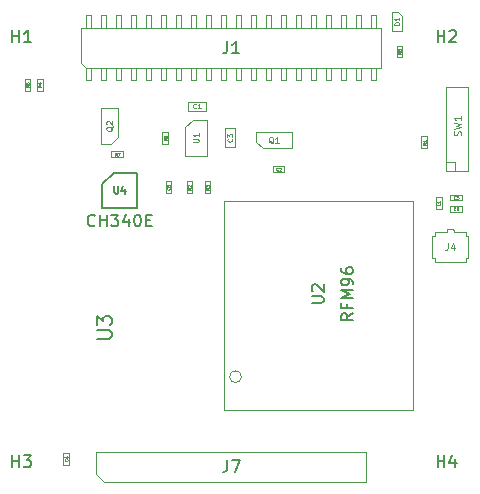
<source format=gbr>
G04 #@! TF.GenerationSoftware,KiCad,Pcbnew,(5.1.6)-1*
G04 #@! TF.CreationDate,2020-11-06T20:35:06+01:00*
G04 #@! TF.ProjectId,DynOSSAT-EDU-Comms,44796e4f-5353-4415-942d-4544552d436f,rev?*
G04 #@! TF.SameCoordinates,Original*
G04 #@! TF.FileFunction,Other,Fab,Top*
%FSLAX46Y46*%
G04 Gerber Fmt 4.6, Leading zero omitted, Abs format (unit mm)*
G04 Created by KiCad (PCBNEW (5.1.6)-1) date 2020-11-06 20:35:06*
%MOMM*%
%LPD*%
G01*
G04 APERTURE LIST*
%ADD10C,0.150000*%
%ADD11C,0.120000*%
%ADD12C,0.100000*%
%ADD13C,0.060000*%
%ADD14C,0.040000*%
%ADD15C,0.090000*%
%ADD16C,0.075000*%
G04 APERTURE END LIST*
D10*
X137645857Y-117068485D02*
X138617285Y-117068485D01*
X138731571Y-117011342D01*
X138788714Y-116954200D01*
X138845857Y-116839914D01*
X138845857Y-116611342D01*
X138788714Y-116497057D01*
X138731571Y-116439914D01*
X138617285Y-116382771D01*
X137645857Y-116382771D01*
X137645857Y-115925628D02*
X137645857Y-115182771D01*
X138103000Y-115582771D01*
X138103000Y-115411342D01*
X138160142Y-115297057D01*
X138217285Y-115239914D01*
X138331571Y-115182771D01*
X138617285Y-115182771D01*
X138731571Y-115239914D01*
X138788714Y-115297057D01*
X138845857Y-115411342D01*
X138845857Y-115754200D01*
X138788714Y-115868485D01*
X138731571Y-115925628D01*
D11*
X167894000Y-102108000D02*
X167132000Y-102108000D01*
X167894000Y-102870000D02*
X167894000Y-102108000D01*
X167132000Y-95758000D02*
X167132000Y-102870000D01*
X169037000Y-95758000D02*
X167132000Y-95758000D01*
X169037000Y-95885000D02*
X169037000Y-95758000D01*
X169037000Y-102870000D02*
X169037000Y-95885000D01*
X167132000Y-102870000D02*
X169037000Y-102870000D01*
D12*
X161671000Y-90751000D02*
X161671000Y-94161000D01*
X136271000Y-93726000D02*
X136271000Y-90751000D01*
X161671000Y-94161000D02*
X136706000Y-94161000D01*
X136706000Y-94161000D02*
X136271000Y-93726000D01*
X136271000Y-90751000D02*
X161671000Y-90751000D01*
X136706000Y-94161000D02*
X136706000Y-95206000D01*
X136706000Y-95206000D02*
X137106000Y-95206000D01*
X137106000Y-95206000D02*
X137106000Y-94161000D01*
X136706000Y-90751000D02*
X136706000Y-89706000D01*
X136706000Y-89706000D02*
X137106000Y-89706000D01*
X137106000Y-89706000D02*
X137106000Y-90751000D01*
X137976000Y-94161000D02*
X137976000Y-95206000D01*
X137976000Y-95206000D02*
X138376000Y-95206000D01*
X138376000Y-95206000D02*
X138376000Y-94161000D01*
X137976000Y-90751000D02*
X137976000Y-89706000D01*
X137976000Y-89706000D02*
X138376000Y-89706000D01*
X138376000Y-89706000D02*
X138376000Y-90751000D01*
X139246000Y-94161000D02*
X139246000Y-95206000D01*
X139246000Y-95206000D02*
X139646000Y-95206000D01*
X139646000Y-95206000D02*
X139646000Y-94161000D01*
X139246000Y-90751000D02*
X139246000Y-89706000D01*
X139246000Y-89706000D02*
X139646000Y-89706000D01*
X139646000Y-89706000D02*
X139646000Y-90751000D01*
X140516000Y-94161000D02*
X140516000Y-95206000D01*
X140516000Y-95206000D02*
X140916000Y-95206000D01*
X140916000Y-95206000D02*
X140916000Y-94161000D01*
X140516000Y-90751000D02*
X140516000Y-89706000D01*
X140516000Y-89706000D02*
X140916000Y-89706000D01*
X140916000Y-89706000D02*
X140916000Y-90751000D01*
X141786000Y-94161000D02*
X141786000Y-95206000D01*
X141786000Y-95206000D02*
X142186000Y-95206000D01*
X142186000Y-95206000D02*
X142186000Y-94161000D01*
X141786000Y-90751000D02*
X141786000Y-89706000D01*
X141786000Y-89706000D02*
X142186000Y-89706000D01*
X142186000Y-89706000D02*
X142186000Y-90751000D01*
X143056000Y-94161000D02*
X143056000Y-95206000D01*
X143056000Y-95206000D02*
X143456000Y-95206000D01*
X143456000Y-95206000D02*
X143456000Y-94161000D01*
X143056000Y-90751000D02*
X143056000Y-89706000D01*
X143056000Y-89706000D02*
X143456000Y-89706000D01*
X143456000Y-89706000D02*
X143456000Y-90751000D01*
X144326000Y-94161000D02*
X144326000Y-95206000D01*
X144326000Y-95206000D02*
X144726000Y-95206000D01*
X144726000Y-95206000D02*
X144726000Y-94161000D01*
X144326000Y-90751000D02*
X144326000Y-89706000D01*
X144326000Y-89706000D02*
X144726000Y-89706000D01*
X144726000Y-89706000D02*
X144726000Y-90751000D01*
X145596000Y-94161000D02*
X145596000Y-95206000D01*
X145596000Y-95206000D02*
X145996000Y-95206000D01*
X145996000Y-95206000D02*
X145996000Y-94161000D01*
X145596000Y-90751000D02*
X145596000Y-89706000D01*
X145596000Y-89706000D02*
X145996000Y-89706000D01*
X145996000Y-89706000D02*
X145996000Y-90751000D01*
X146866000Y-94161000D02*
X146866000Y-95206000D01*
X146866000Y-95206000D02*
X147266000Y-95206000D01*
X147266000Y-95206000D02*
X147266000Y-94161000D01*
X146866000Y-90751000D02*
X146866000Y-89706000D01*
X146866000Y-89706000D02*
X147266000Y-89706000D01*
X147266000Y-89706000D02*
X147266000Y-90751000D01*
X148136000Y-94161000D02*
X148136000Y-95206000D01*
X148136000Y-95206000D02*
X148536000Y-95206000D01*
X148536000Y-95206000D02*
X148536000Y-94161000D01*
X148136000Y-90751000D02*
X148136000Y-89706000D01*
X148136000Y-89706000D02*
X148536000Y-89706000D01*
X148536000Y-89706000D02*
X148536000Y-90751000D01*
X149406000Y-94161000D02*
X149406000Y-95206000D01*
X149406000Y-95206000D02*
X149806000Y-95206000D01*
X149806000Y-95206000D02*
X149806000Y-94161000D01*
X149406000Y-90751000D02*
X149406000Y-89706000D01*
X149406000Y-89706000D02*
X149806000Y-89706000D01*
X149806000Y-89706000D02*
X149806000Y-90751000D01*
X150676000Y-94161000D02*
X150676000Y-95206000D01*
X150676000Y-95206000D02*
X151076000Y-95206000D01*
X151076000Y-95206000D02*
X151076000Y-94161000D01*
X150676000Y-90751000D02*
X150676000Y-89706000D01*
X150676000Y-89706000D02*
X151076000Y-89706000D01*
X151076000Y-89706000D02*
X151076000Y-90751000D01*
X151946000Y-94161000D02*
X151946000Y-95206000D01*
X151946000Y-95206000D02*
X152346000Y-95206000D01*
X152346000Y-95206000D02*
X152346000Y-94161000D01*
X151946000Y-90751000D02*
X151946000Y-89706000D01*
X151946000Y-89706000D02*
X152346000Y-89706000D01*
X152346000Y-89706000D02*
X152346000Y-90751000D01*
X153216000Y-94161000D02*
X153216000Y-95206000D01*
X153216000Y-95206000D02*
X153616000Y-95206000D01*
X153616000Y-95206000D02*
X153616000Y-94161000D01*
X153216000Y-90751000D02*
X153216000Y-89706000D01*
X153216000Y-89706000D02*
X153616000Y-89706000D01*
X153616000Y-89706000D02*
X153616000Y-90751000D01*
X154486000Y-94161000D02*
X154486000Y-95206000D01*
X154486000Y-95206000D02*
X154886000Y-95206000D01*
X154886000Y-95206000D02*
X154886000Y-94161000D01*
X154486000Y-90751000D02*
X154486000Y-89706000D01*
X154486000Y-89706000D02*
X154886000Y-89706000D01*
X154886000Y-89706000D02*
X154886000Y-90751000D01*
X155756000Y-94161000D02*
X155756000Y-95206000D01*
X155756000Y-95206000D02*
X156156000Y-95206000D01*
X156156000Y-95206000D02*
X156156000Y-94161000D01*
X155756000Y-90751000D02*
X155756000Y-89706000D01*
X155756000Y-89706000D02*
X156156000Y-89706000D01*
X156156000Y-89706000D02*
X156156000Y-90751000D01*
X157026000Y-94161000D02*
X157026000Y-95206000D01*
X157026000Y-95206000D02*
X157426000Y-95206000D01*
X157426000Y-95206000D02*
X157426000Y-94161000D01*
X157026000Y-90751000D02*
X157026000Y-89706000D01*
X157026000Y-89706000D02*
X157426000Y-89706000D01*
X157426000Y-89706000D02*
X157426000Y-90751000D01*
X158296000Y-94161000D02*
X158296000Y-95206000D01*
X158296000Y-95206000D02*
X158696000Y-95206000D01*
X158696000Y-95206000D02*
X158696000Y-94161000D01*
X158296000Y-90751000D02*
X158296000Y-89706000D01*
X158296000Y-89706000D02*
X158696000Y-89706000D01*
X158696000Y-89706000D02*
X158696000Y-90751000D01*
X159566000Y-94161000D02*
X159566000Y-95206000D01*
X159566000Y-95206000D02*
X159966000Y-95206000D01*
X159966000Y-95206000D02*
X159966000Y-94161000D01*
X159566000Y-90751000D02*
X159566000Y-89706000D01*
X159566000Y-89706000D02*
X159966000Y-89706000D01*
X159966000Y-89706000D02*
X159966000Y-90751000D01*
X160836000Y-94161000D02*
X160836000Y-95206000D01*
X160836000Y-95206000D02*
X161236000Y-95206000D01*
X161236000Y-95206000D02*
X161236000Y-94161000D01*
X160836000Y-90751000D02*
X160836000Y-89706000D01*
X160836000Y-89706000D02*
X161236000Y-89706000D01*
X161236000Y-89706000D02*
X161236000Y-90751000D01*
X146875400Y-97809000D02*
X145275400Y-97809000D01*
X146875400Y-97009000D02*
X146875400Y-97809000D01*
X145275400Y-97009000D02*
X146875400Y-97009000D01*
X145275400Y-97809000D02*
X145275400Y-97009000D01*
X148469400Y-99276000D02*
X149269400Y-99276000D01*
X149269400Y-99276000D02*
X149269400Y-100876000D01*
X149269400Y-100876000D02*
X148469400Y-100876000D01*
X148469400Y-100876000D02*
X148469400Y-99276000D01*
X168521000Y-105380600D02*
X167521000Y-105380600D01*
X168521000Y-104880600D02*
X168521000Y-105380600D01*
X167521000Y-104880600D02*
X168521000Y-104880600D01*
X167521000Y-105380600D02*
X167521000Y-104880600D01*
X167495600Y-106345800D02*
X167495600Y-105845800D01*
X167495600Y-105845800D02*
X168495600Y-105845800D01*
X168495600Y-105845800D02*
X168495600Y-106345800D01*
X168495600Y-106345800D02*
X167495600Y-106345800D01*
X167813000Y-107914000D02*
X167663000Y-107764000D01*
X168813000Y-110614000D02*
X168813000Y-110214000D01*
X169013000Y-110214000D02*
X168813000Y-110214000D01*
X169013000Y-108414000D02*
X169013000Y-110214000D01*
X168813000Y-110614000D02*
X166213000Y-110614000D01*
X166213000Y-110614000D02*
X166213000Y-110214000D01*
X166013000Y-110214000D02*
X166213000Y-110214000D01*
X166013000Y-108414000D02*
X166013000Y-110214000D01*
X168813000Y-108414000D02*
X168813000Y-108014000D01*
X169013000Y-108414000D02*
X168813000Y-108414000D01*
X167813000Y-108014000D02*
X168813000Y-108014000D01*
X167813000Y-107914000D02*
X167813000Y-108014000D01*
X167213000Y-107764000D02*
X167663000Y-107764000D01*
X167213000Y-107764000D02*
X167213000Y-108014000D01*
X167213000Y-108014000D02*
X166213000Y-108014000D01*
X166213000Y-108414000D02*
X166213000Y-108014000D01*
X166013000Y-108414000D02*
X166213000Y-108414000D01*
X166297800Y-105113200D02*
X166797800Y-105113200D01*
X166797800Y-105113200D02*
X166797800Y-106113200D01*
X166797800Y-106113200D02*
X166297800Y-106113200D01*
X166297800Y-106113200D02*
X166297800Y-105113200D01*
X132541200Y-96080200D02*
X132541200Y-95080200D01*
X133041200Y-96080200D02*
X132541200Y-96080200D01*
X133041200Y-95080200D02*
X133041200Y-96080200D01*
X132541200Y-95080200D02*
X133041200Y-95080200D01*
X131474400Y-95080200D02*
X131974400Y-95080200D01*
X131974400Y-95080200D02*
X131974400Y-96080200D01*
X131974400Y-96080200D02*
X131474400Y-96080200D01*
X131474400Y-96080200D02*
X131474400Y-95080200D01*
X151640500Y-100966500D02*
X154090500Y-100966500D01*
X151070500Y-100416500D02*
X151070500Y-99566500D01*
X151640500Y-100966500D02*
X151070500Y-100416500D01*
X151070500Y-99566500D02*
X154110500Y-99566500D01*
X154110500Y-100966500D02*
X154110500Y-99566500D01*
X152484200Y-102493000D02*
X153484200Y-102493000D01*
X152484200Y-102993000D02*
X152484200Y-102493000D01*
X153484200Y-102993000D02*
X152484200Y-102993000D01*
X153484200Y-102493000D02*
X153484200Y-102993000D01*
X134751000Y-126754000D02*
X135251000Y-126754000D01*
X135251000Y-126754000D02*
X135251000Y-127754000D01*
X135251000Y-127754000D02*
X134751000Y-127754000D01*
X134751000Y-127754000D02*
X134751000Y-126754000D01*
X143912400Y-104767000D02*
X143412400Y-104767000D01*
X143412400Y-104767000D02*
X143412400Y-103767000D01*
X143412400Y-103767000D02*
X143912400Y-103767000D01*
X143912400Y-103767000D02*
X143912400Y-104767000D01*
X163417200Y-91020800D02*
X163417200Y-89720800D01*
X163417200Y-89720800D02*
X163117200Y-89420800D01*
X163117200Y-89420800D02*
X162617200Y-89420800D01*
X162617200Y-89420800D02*
X162617200Y-91020800D01*
X162617200Y-91020800D02*
X163417200Y-91020800D01*
X139384000Y-100010000D02*
X139384000Y-97560000D01*
X138834000Y-100580000D02*
X137984000Y-100580000D01*
X139384000Y-100010000D02*
X138834000Y-100580000D01*
X137984000Y-100580000D02*
X137984000Y-97540000D01*
X139384000Y-97540000D02*
X137984000Y-97540000D01*
X165078600Y-100957000D02*
X165078600Y-99957000D01*
X165578600Y-100957000D02*
X165078600Y-100957000D01*
X165578600Y-99957000D02*
X165578600Y-100957000D01*
X165078600Y-99957000D02*
X165578600Y-99957000D01*
X145190400Y-104767000D02*
X145190400Y-103767000D01*
X145690400Y-104767000D02*
X145190400Y-104767000D01*
X145690400Y-103767000D02*
X145690400Y-104767000D01*
X145190400Y-103767000D02*
X145690400Y-103767000D01*
X146714400Y-103767000D02*
X147214400Y-103767000D01*
X147214400Y-103767000D02*
X147214400Y-104767000D01*
X147214400Y-104767000D02*
X146714400Y-104767000D01*
X146714400Y-104767000D02*
X146714400Y-103767000D01*
X143633000Y-100576000D02*
X143133000Y-100576000D01*
X143133000Y-100576000D02*
X143133000Y-99576000D01*
X143133000Y-99576000D02*
X143633000Y-99576000D01*
X143633000Y-99576000D02*
X143633000Y-100576000D01*
X138819000Y-101223000D02*
X139819000Y-101223000D01*
X138819000Y-101723000D02*
X138819000Y-101223000D01*
X139819000Y-101723000D02*
X138819000Y-101723000D01*
X139819000Y-101223000D02*
X139819000Y-101723000D01*
X163470400Y-93260800D02*
X162970400Y-93260800D01*
X162970400Y-93260800D02*
X162970400Y-92260800D01*
X162970400Y-92260800D02*
X163470400Y-92260800D01*
X163470400Y-92260800D02*
X163470400Y-93260800D01*
X137541000Y-128549400D02*
X137541000Y-126644400D01*
X137541000Y-126644400D02*
X160401000Y-126644400D01*
X160401000Y-126644400D02*
X160401000Y-129184400D01*
X160401000Y-129184400D02*
X138176000Y-129184400D01*
X138176000Y-129184400D02*
X137541000Y-128549400D01*
X145099200Y-99176000D02*
X145749200Y-98526000D01*
X146899200Y-98526000D02*
X145749200Y-98526000D01*
X145099200Y-99176000D02*
X145099200Y-101626000D01*
X146899200Y-101626000D02*
X145099200Y-101626000D01*
X146899200Y-98526000D02*
X146899200Y-101626000D01*
X164337000Y-123150000D02*
X148337000Y-123150000D01*
X164337000Y-105450000D02*
X164337000Y-123150000D01*
X148337000Y-105450000D02*
X164337000Y-105450000D01*
X148337000Y-123150000D02*
X148337000Y-105450000D01*
X149837000Y-120300000D02*
G75*
G03*
X149837000Y-120300000I-500000J0D01*
G01*
D10*
X138022200Y-104021000D02*
X139022200Y-103021000D01*
X138022200Y-106021000D02*
X138022200Y-104021000D01*
X141022200Y-106021000D02*
X138022200Y-106021000D01*
X141022200Y-103021000D02*
X141022200Y-106021000D01*
X139022200Y-103021000D02*
X141022200Y-103021000D01*
D12*
X168390857Y-99860000D02*
X168419428Y-99774285D01*
X168419428Y-99631428D01*
X168390857Y-99574285D01*
X168362285Y-99545714D01*
X168305142Y-99517142D01*
X168248000Y-99517142D01*
X168190857Y-99545714D01*
X168162285Y-99574285D01*
X168133714Y-99631428D01*
X168105142Y-99745714D01*
X168076571Y-99802857D01*
X168048000Y-99831428D01*
X167990857Y-99860000D01*
X167933714Y-99860000D01*
X167876571Y-99831428D01*
X167848000Y-99802857D01*
X167819428Y-99745714D01*
X167819428Y-99602857D01*
X167848000Y-99517142D01*
X167819428Y-99317142D02*
X168419428Y-99174285D01*
X167990857Y-99060000D01*
X168419428Y-98945714D01*
X167819428Y-98802857D01*
X168419428Y-98260000D02*
X168419428Y-98602857D01*
X168419428Y-98431428D02*
X167819428Y-98431428D01*
X167905142Y-98488571D01*
X167962285Y-98545714D01*
X167990857Y-98602857D01*
D10*
X148637666Y-91908380D02*
X148637666Y-92622666D01*
X148590047Y-92765523D01*
X148494809Y-92860761D01*
X148351952Y-92908380D01*
X148256714Y-92908380D01*
X149637666Y-92908380D02*
X149066238Y-92908380D01*
X149351952Y-92908380D02*
X149351952Y-91908380D01*
X149256714Y-92051238D01*
X149161476Y-92146476D01*
X149066238Y-92194095D01*
D13*
X146008733Y-97551857D02*
X145989685Y-97570904D01*
X145932542Y-97589952D01*
X145894447Y-97589952D01*
X145837304Y-97570904D01*
X145799209Y-97532809D01*
X145780161Y-97494714D01*
X145761114Y-97418523D01*
X145761114Y-97361380D01*
X145780161Y-97285190D01*
X145799209Y-97247095D01*
X145837304Y-97209000D01*
X145894447Y-97189952D01*
X145932542Y-97189952D01*
X145989685Y-97209000D01*
X146008733Y-97228047D01*
X146389685Y-97589952D02*
X146161114Y-97589952D01*
X146275400Y-97589952D02*
X146275400Y-97189952D01*
X146237304Y-97247095D01*
X146199209Y-97285190D01*
X146161114Y-97304238D01*
X149012257Y-100142666D02*
X149031304Y-100161714D01*
X149050352Y-100218857D01*
X149050352Y-100256952D01*
X149031304Y-100314095D01*
X148993209Y-100352190D01*
X148955114Y-100371238D01*
X148878923Y-100390285D01*
X148821780Y-100390285D01*
X148745590Y-100371238D01*
X148707495Y-100352190D01*
X148669400Y-100314095D01*
X148650352Y-100256952D01*
X148650352Y-100218857D01*
X148669400Y-100161714D01*
X148688447Y-100142666D01*
X148650352Y-100009333D02*
X148650352Y-99761714D01*
X148802733Y-99895047D01*
X148802733Y-99837904D01*
X148821780Y-99799809D01*
X148840828Y-99780761D01*
X148878923Y-99761714D01*
X148974161Y-99761714D01*
X149012257Y-99780761D01*
X149031304Y-99799809D01*
X149050352Y-99837904D01*
X149050352Y-99952190D01*
X149031304Y-99990285D01*
X149012257Y-100009333D01*
D14*
X167979333Y-105219885D02*
X167967428Y-105231790D01*
X167931714Y-105243695D01*
X167907904Y-105243695D01*
X167872190Y-105231790D01*
X167848380Y-105207980D01*
X167836476Y-105184171D01*
X167824571Y-105136552D01*
X167824571Y-105100838D01*
X167836476Y-105053219D01*
X167848380Y-105029409D01*
X167872190Y-105005600D01*
X167907904Y-104993695D01*
X167931714Y-104993695D01*
X167967428Y-105005600D01*
X167979333Y-105017504D01*
X168205523Y-104993695D02*
X168086476Y-104993695D01*
X168074571Y-105112742D01*
X168086476Y-105100838D01*
X168110285Y-105088933D01*
X168169809Y-105088933D01*
X168193619Y-105100838D01*
X168205523Y-105112742D01*
X168217428Y-105136552D01*
X168217428Y-105196076D01*
X168205523Y-105219885D01*
X168193619Y-105231790D01*
X168169809Y-105243695D01*
X168110285Y-105243695D01*
X168086476Y-105231790D01*
X168074571Y-105219885D01*
X167953933Y-106185085D02*
X167942028Y-106196990D01*
X167906314Y-106208895D01*
X167882504Y-106208895D01*
X167846790Y-106196990D01*
X167822980Y-106173180D01*
X167811076Y-106149371D01*
X167799171Y-106101752D01*
X167799171Y-106066038D01*
X167811076Y-106018419D01*
X167822980Y-105994609D01*
X167846790Y-105970800D01*
X167882504Y-105958895D01*
X167906314Y-105958895D01*
X167942028Y-105970800D01*
X167953933Y-105982704D01*
X168168219Y-105958895D02*
X168120600Y-105958895D01*
X168096790Y-105970800D01*
X168084885Y-105982704D01*
X168061076Y-106018419D01*
X168049171Y-106066038D01*
X168049171Y-106161276D01*
X168061076Y-106185085D01*
X168072980Y-106196990D01*
X168096790Y-106208895D01*
X168144409Y-106208895D01*
X168168219Y-106196990D01*
X168180123Y-106185085D01*
X168192028Y-106161276D01*
X168192028Y-106101752D01*
X168180123Y-106077942D01*
X168168219Y-106066038D01*
X168144409Y-106054133D01*
X168096790Y-106054133D01*
X168072980Y-106066038D01*
X168061076Y-106077942D01*
X168049171Y-106101752D01*
D15*
X167313000Y-108985428D02*
X167313000Y-109414000D01*
X167284428Y-109499714D01*
X167227285Y-109556857D01*
X167141571Y-109585428D01*
X167084428Y-109585428D01*
X167855857Y-109185428D02*
X167855857Y-109585428D01*
X167713000Y-108956857D02*
X167570142Y-109385428D01*
X167941571Y-109385428D01*
D14*
X166660895Y-105654866D02*
X166660895Y-105773914D01*
X166410895Y-105773914D01*
X166660895Y-105440580D02*
X166660895Y-105583438D01*
X166660895Y-105512009D02*
X166410895Y-105512009D01*
X166446609Y-105535819D01*
X166470419Y-105559628D01*
X166482323Y-105583438D01*
D10*
X130441095Y-91965380D02*
X130441095Y-90965380D01*
X130441095Y-91441571D02*
X131012523Y-91441571D01*
X131012523Y-91965380D02*
X131012523Y-90965380D01*
X132012523Y-91965380D02*
X131441095Y-91965380D01*
X131726809Y-91965380D02*
X131726809Y-90965380D01*
X131631571Y-91108238D01*
X131536333Y-91203476D01*
X131441095Y-91251095D01*
X166443095Y-91965380D02*
X166443095Y-90965380D01*
X166443095Y-91441571D02*
X167014523Y-91441571D01*
X167014523Y-91965380D02*
X167014523Y-90965380D01*
X167443095Y-91060619D02*
X167490714Y-91013000D01*
X167585952Y-90965380D01*
X167824047Y-90965380D01*
X167919285Y-91013000D01*
X167966904Y-91060619D01*
X168014523Y-91155857D01*
X168014523Y-91251095D01*
X167966904Y-91393952D01*
X167395476Y-91965380D01*
X168014523Y-91965380D01*
X130441095Y-127960380D02*
X130441095Y-126960380D01*
X130441095Y-127436571D02*
X131012523Y-127436571D01*
X131012523Y-127960380D02*
X131012523Y-126960380D01*
X131393476Y-126960380D02*
X132012523Y-126960380D01*
X131679190Y-127341333D01*
X131822047Y-127341333D01*
X131917285Y-127388952D01*
X131964904Y-127436571D01*
X132012523Y-127531809D01*
X132012523Y-127769904D01*
X131964904Y-127865142D01*
X131917285Y-127912761D01*
X131822047Y-127960380D01*
X131536333Y-127960380D01*
X131441095Y-127912761D01*
X131393476Y-127865142D01*
X166443095Y-127960380D02*
X166443095Y-126960380D01*
X166443095Y-127436571D02*
X167014523Y-127436571D01*
X167014523Y-127960380D02*
X167014523Y-126960380D01*
X167919285Y-127293714D02*
X167919285Y-127960380D01*
X167681190Y-126912761D02*
X167443095Y-127627047D01*
X168062142Y-127627047D01*
D14*
X132904295Y-95621866D02*
X132785247Y-95705200D01*
X132904295Y-95764723D02*
X132654295Y-95764723D01*
X132654295Y-95669485D01*
X132666200Y-95645676D01*
X132678104Y-95633771D01*
X132701914Y-95621866D01*
X132737628Y-95621866D01*
X132761438Y-95633771D01*
X132773342Y-95645676D01*
X132785247Y-95669485D01*
X132785247Y-95764723D01*
X132737628Y-95407580D02*
X132904295Y-95407580D01*
X132642390Y-95467104D02*
X132820961Y-95526628D01*
X132820961Y-95371866D01*
X131837495Y-95621866D02*
X131718447Y-95705200D01*
X131837495Y-95764723D02*
X131587495Y-95764723D01*
X131587495Y-95669485D01*
X131599400Y-95645676D01*
X131611304Y-95633771D01*
X131635114Y-95621866D01*
X131670828Y-95621866D01*
X131694638Y-95633771D01*
X131706542Y-95645676D01*
X131718447Y-95669485D01*
X131718447Y-95764723D01*
X131587495Y-95407580D02*
X131587495Y-95455200D01*
X131599400Y-95479009D01*
X131611304Y-95490914D01*
X131647019Y-95514723D01*
X131694638Y-95526628D01*
X131789876Y-95526628D01*
X131813685Y-95514723D01*
X131825590Y-95502819D01*
X131837495Y-95479009D01*
X131837495Y-95431390D01*
X131825590Y-95407580D01*
X131813685Y-95395676D01*
X131789876Y-95383771D01*
X131730352Y-95383771D01*
X131706542Y-95395676D01*
X131694638Y-95407580D01*
X131682733Y-95431390D01*
X131682733Y-95479009D01*
X131694638Y-95502819D01*
X131706542Y-95514723D01*
X131730352Y-95526628D01*
D16*
X152542880Y-100540309D02*
X152495261Y-100516500D01*
X152447642Y-100468880D01*
X152376214Y-100397452D01*
X152328595Y-100373642D01*
X152280976Y-100373642D01*
X152304785Y-100492690D02*
X152257166Y-100468880D01*
X152209547Y-100421261D01*
X152185738Y-100326023D01*
X152185738Y-100159357D01*
X152209547Y-100064119D01*
X152257166Y-100016500D01*
X152304785Y-99992690D01*
X152400023Y-99992690D01*
X152447642Y-100016500D01*
X152495261Y-100064119D01*
X152519071Y-100159357D01*
X152519071Y-100326023D01*
X152495261Y-100421261D01*
X152447642Y-100468880D01*
X152400023Y-100492690D01*
X152304785Y-100492690D01*
X152995261Y-100492690D02*
X152709547Y-100492690D01*
X152852404Y-100492690D02*
X152852404Y-99992690D01*
X152804785Y-100064119D01*
X152757166Y-100111738D01*
X152709547Y-100135547D01*
D14*
X152942533Y-102832285D02*
X152930628Y-102844190D01*
X152894914Y-102856095D01*
X152871104Y-102856095D01*
X152835390Y-102844190D01*
X152811580Y-102820380D01*
X152799676Y-102796571D01*
X152787771Y-102748952D01*
X152787771Y-102713238D01*
X152799676Y-102665619D01*
X152811580Y-102641809D01*
X152835390Y-102618000D01*
X152871104Y-102606095D01*
X152894914Y-102606095D01*
X152930628Y-102618000D01*
X152942533Y-102629904D01*
X153037771Y-102629904D02*
X153049676Y-102618000D01*
X153073485Y-102606095D01*
X153133009Y-102606095D01*
X153156819Y-102618000D01*
X153168723Y-102629904D01*
X153180628Y-102653714D01*
X153180628Y-102677523D01*
X153168723Y-102713238D01*
X153025866Y-102856095D01*
X153180628Y-102856095D01*
X135090285Y-127295666D02*
X135102190Y-127307571D01*
X135114095Y-127343285D01*
X135114095Y-127367095D01*
X135102190Y-127402809D01*
X135078380Y-127426619D01*
X135054571Y-127438523D01*
X135006952Y-127450428D01*
X134971238Y-127450428D01*
X134923619Y-127438523D01*
X134899809Y-127426619D01*
X134876000Y-127402809D01*
X134864095Y-127367095D01*
X134864095Y-127343285D01*
X134876000Y-127307571D01*
X134887904Y-127295666D01*
X134947428Y-127081380D02*
X135114095Y-127081380D01*
X134852190Y-127140904D02*
X135030761Y-127200428D01*
X135030761Y-127045666D01*
X143751685Y-104308666D02*
X143763590Y-104320571D01*
X143775495Y-104356285D01*
X143775495Y-104380095D01*
X143763590Y-104415809D01*
X143739780Y-104439619D01*
X143715971Y-104451523D01*
X143668352Y-104463428D01*
X143632638Y-104463428D01*
X143585019Y-104451523D01*
X143561209Y-104439619D01*
X143537400Y-104415809D01*
X143525495Y-104380095D01*
X143525495Y-104356285D01*
X143537400Y-104320571D01*
X143549304Y-104308666D01*
X143632638Y-104165809D02*
X143620733Y-104189619D01*
X143608828Y-104201523D01*
X143585019Y-104213428D01*
X143573114Y-104213428D01*
X143549304Y-104201523D01*
X143537400Y-104189619D01*
X143525495Y-104165809D01*
X143525495Y-104118190D01*
X143537400Y-104094380D01*
X143549304Y-104082476D01*
X143573114Y-104070571D01*
X143585019Y-104070571D01*
X143608828Y-104082476D01*
X143620733Y-104094380D01*
X143632638Y-104118190D01*
X143632638Y-104165809D01*
X143644542Y-104189619D01*
X143656447Y-104201523D01*
X143680257Y-104213428D01*
X143727876Y-104213428D01*
X143751685Y-104201523D01*
X143763590Y-104189619D01*
X143775495Y-104165809D01*
X143775495Y-104118190D01*
X143763590Y-104094380D01*
X143751685Y-104082476D01*
X143727876Y-104070571D01*
X143680257Y-104070571D01*
X143656447Y-104082476D01*
X143644542Y-104094380D01*
X143632638Y-104118190D01*
D13*
X163198152Y-90516038D02*
X162798152Y-90516038D01*
X162798152Y-90420800D01*
X162817200Y-90363657D01*
X162855295Y-90325561D01*
X162893390Y-90306514D01*
X162969580Y-90287466D01*
X163026723Y-90287466D01*
X163102914Y-90306514D01*
X163141009Y-90325561D01*
X163179104Y-90363657D01*
X163198152Y-90420800D01*
X163198152Y-90516038D01*
X163198152Y-89906514D02*
X163198152Y-90135085D01*
X163198152Y-90020800D02*
X162798152Y-90020800D01*
X162855295Y-90058895D01*
X162893390Y-90096990D01*
X162912438Y-90135085D01*
D16*
X138957809Y-99107619D02*
X138934000Y-99155238D01*
X138886380Y-99202857D01*
X138814952Y-99274285D01*
X138791142Y-99321904D01*
X138791142Y-99369523D01*
X138910190Y-99345714D02*
X138886380Y-99393333D01*
X138838761Y-99440952D01*
X138743523Y-99464761D01*
X138576857Y-99464761D01*
X138481619Y-99440952D01*
X138434000Y-99393333D01*
X138410190Y-99345714D01*
X138410190Y-99250476D01*
X138434000Y-99202857D01*
X138481619Y-99155238D01*
X138576857Y-99131428D01*
X138743523Y-99131428D01*
X138838761Y-99155238D01*
X138886380Y-99202857D01*
X138910190Y-99250476D01*
X138910190Y-99345714D01*
X138457809Y-98940952D02*
X138434000Y-98917142D01*
X138410190Y-98869523D01*
X138410190Y-98750476D01*
X138434000Y-98702857D01*
X138457809Y-98679047D01*
X138505428Y-98655238D01*
X138553047Y-98655238D01*
X138624476Y-98679047D01*
X138910190Y-98964761D01*
X138910190Y-98655238D01*
D14*
X165441695Y-100498666D02*
X165322647Y-100582000D01*
X165441695Y-100641523D02*
X165191695Y-100641523D01*
X165191695Y-100546285D01*
X165203600Y-100522476D01*
X165215504Y-100510571D01*
X165239314Y-100498666D01*
X165275028Y-100498666D01*
X165298838Y-100510571D01*
X165310742Y-100522476D01*
X165322647Y-100546285D01*
X165322647Y-100641523D01*
X165441695Y-100260571D02*
X165441695Y-100403428D01*
X165441695Y-100332000D02*
X165191695Y-100332000D01*
X165227409Y-100355809D01*
X165251219Y-100379619D01*
X165263123Y-100403428D01*
X145553495Y-104308666D02*
X145434447Y-104392000D01*
X145553495Y-104451523D02*
X145303495Y-104451523D01*
X145303495Y-104356285D01*
X145315400Y-104332476D01*
X145327304Y-104320571D01*
X145351114Y-104308666D01*
X145386828Y-104308666D01*
X145410638Y-104320571D01*
X145422542Y-104332476D01*
X145434447Y-104356285D01*
X145434447Y-104451523D01*
X145327304Y-104213428D02*
X145315400Y-104201523D01*
X145303495Y-104177714D01*
X145303495Y-104118190D01*
X145315400Y-104094380D01*
X145327304Y-104082476D01*
X145351114Y-104070571D01*
X145374923Y-104070571D01*
X145410638Y-104082476D01*
X145553495Y-104225333D01*
X145553495Y-104070571D01*
X147077495Y-104308666D02*
X146958447Y-104392000D01*
X147077495Y-104451523D02*
X146827495Y-104451523D01*
X146827495Y-104356285D01*
X146839400Y-104332476D01*
X146851304Y-104320571D01*
X146875114Y-104308666D01*
X146910828Y-104308666D01*
X146934638Y-104320571D01*
X146946542Y-104332476D01*
X146958447Y-104356285D01*
X146958447Y-104451523D01*
X146827495Y-104225333D02*
X146827495Y-104070571D01*
X146922733Y-104153904D01*
X146922733Y-104118190D01*
X146934638Y-104094380D01*
X146946542Y-104082476D01*
X146970352Y-104070571D01*
X147029876Y-104070571D01*
X147053685Y-104082476D01*
X147065590Y-104094380D01*
X147077495Y-104118190D01*
X147077495Y-104189619D01*
X147065590Y-104213428D01*
X147053685Y-104225333D01*
X143496095Y-100117666D02*
X143377047Y-100201000D01*
X143496095Y-100260523D02*
X143246095Y-100260523D01*
X143246095Y-100165285D01*
X143258000Y-100141476D01*
X143269904Y-100129571D01*
X143293714Y-100117666D01*
X143329428Y-100117666D01*
X143353238Y-100129571D01*
X143365142Y-100141476D01*
X143377047Y-100165285D01*
X143377047Y-100260523D01*
X143246095Y-99891476D02*
X143246095Y-100010523D01*
X143365142Y-100022428D01*
X143353238Y-100010523D01*
X143341333Y-99986714D01*
X143341333Y-99927190D01*
X143353238Y-99903380D01*
X143365142Y-99891476D01*
X143388952Y-99879571D01*
X143448476Y-99879571D01*
X143472285Y-99891476D01*
X143484190Y-99903380D01*
X143496095Y-99927190D01*
X143496095Y-99986714D01*
X143484190Y-100010523D01*
X143472285Y-100022428D01*
X139277333Y-101586095D02*
X139194000Y-101467047D01*
X139134476Y-101586095D02*
X139134476Y-101336095D01*
X139229714Y-101336095D01*
X139253523Y-101348000D01*
X139265428Y-101359904D01*
X139277333Y-101383714D01*
X139277333Y-101419428D01*
X139265428Y-101443238D01*
X139253523Y-101455142D01*
X139229714Y-101467047D01*
X139134476Y-101467047D01*
X139360666Y-101336095D02*
X139527333Y-101336095D01*
X139420190Y-101586095D01*
X163333495Y-92802466D02*
X163214447Y-92885800D01*
X163333495Y-92945323D02*
X163083495Y-92945323D01*
X163083495Y-92850085D01*
X163095400Y-92826276D01*
X163107304Y-92814371D01*
X163131114Y-92802466D01*
X163166828Y-92802466D01*
X163190638Y-92814371D01*
X163202542Y-92826276D01*
X163214447Y-92850085D01*
X163214447Y-92945323D01*
X163190638Y-92659609D02*
X163178733Y-92683419D01*
X163166828Y-92695323D01*
X163143019Y-92707228D01*
X163131114Y-92707228D01*
X163107304Y-92695323D01*
X163095400Y-92683419D01*
X163083495Y-92659609D01*
X163083495Y-92611990D01*
X163095400Y-92588180D01*
X163107304Y-92576276D01*
X163131114Y-92564371D01*
X163143019Y-92564371D01*
X163166828Y-92576276D01*
X163178733Y-92588180D01*
X163190638Y-92611990D01*
X163190638Y-92659609D01*
X163202542Y-92683419D01*
X163214447Y-92695323D01*
X163238257Y-92707228D01*
X163285876Y-92707228D01*
X163309685Y-92695323D01*
X163321590Y-92683419D01*
X163333495Y-92659609D01*
X163333495Y-92611990D01*
X163321590Y-92588180D01*
X163309685Y-92576276D01*
X163285876Y-92564371D01*
X163238257Y-92564371D01*
X163214447Y-92576276D01*
X163202542Y-92588180D01*
X163190638Y-92611990D01*
D10*
X148637666Y-127366780D02*
X148637666Y-128081066D01*
X148590047Y-128223923D01*
X148494809Y-128319161D01*
X148351952Y-128366780D01*
X148256714Y-128366780D01*
X149018619Y-127366780D02*
X149685285Y-127366780D01*
X149256714Y-128366780D01*
D16*
X145725390Y-100456952D02*
X146130152Y-100456952D01*
X146177771Y-100433142D01*
X146201580Y-100409333D01*
X146225390Y-100361714D01*
X146225390Y-100266476D01*
X146201580Y-100218857D01*
X146177771Y-100195047D01*
X146130152Y-100171238D01*
X145725390Y-100171238D01*
X146225390Y-99671238D02*
X146225390Y-99956952D01*
X146225390Y-99814095D02*
X145725390Y-99814095D01*
X145796819Y-99861714D01*
X145844438Y-99909333D01*
X145868247Y-99956952D01*
D10*
X159289380Y-114942857D02*
X158813190Y-115276190D01*
X159289380Y-115514285D02*
X158289380Y-115514285D01*
X158289380Y-115133333D01*
X158337000Y-115038095D01*
X158384619Y-114990476D01*
X158479857Y-114942857D01*
X158622714Y-114942857D01*
X158717952Y-114990476D01*
X158765571Y-115038095D01*
X158813190Y-115133333D01*
X158813190Y-115514285D01*
X158765571Y-114180952D02*
X158765571Y-114514285D01*
X159289380Y-114514285D02*
X158289380Y-114514285D01*
X158289380Y-114038095D01*
X159289380Y-113657142D02*
X158289380Y-113657142D01*
X159003666Y-113323809D01*
X158289380Y-112990476D01*
X159289380Y-112990476D01*
X159289380Y-112466666D02*
X159289380Y-112276190D01*
X159241761Y-112180952D01*
X159194142Y-112133333D01*
X159051285Y-112038095D01*
X158860809Y-111990476D01*
X158479857Y-111990476D01*
X158384619Y-112038095D01*
X158337000Y-112085714D01*
X158289380Y-112180952D01*
X158289380Y-112371428D01*
X158337000Y-112466666D01*
X158384619Y-112514285D01*
X158479857Y-112561904D01*
X158717952Y-112561904D01*
X158813190Y-112514285D01*
X158860809Y-112466666D01*
X158908428Y-112371428D01*
X158908428Y-112180952D01*
X158860809Y-112085714D01*
X158813190Y-112038095D01*
X158717952Y-111990476D01*
X158289380Y-111133333D02*
X158289380Y-111323809D01*
X158337000Y-111419047D01*
X158384619Y-111466666D01*
X158527476Y-111561904D01*
X158717952Y-111609523D01*
X159098904Y-111609523D01*
X159194142Y-111561904D01*
X159241761Y-111514285D01*
X159289380Y-111419047D01*
X159289380Y-111228571D01*
X159241761Y-111133333D01*
X159194142Y-111085714D01*
X159098904Y-111038095D01*
X158860809Y-111038095D01*
X158765571Y-111085714D01*
X158717952Y-111133333D01*
X158670333Y-111228571D01*
X158670333Y-111419047D01*
X158717952Y-111514285D01*
X158765571Y-111561904D01*
X158860809Y-111609523D01*
X155789380Y-114061904D02*
X156598904Y-114061904D01*
X156694142Y-114014285D01*
X156741761Y-113966666D01*
X156789380Y-113871428D01*
X156789380Y-113680952D01*
X156741761Y-113585714D01*
X156694142Y-113538095D01*
X156598904Y-113490476D01*
X155789380Y-113490476D01*
X155884619Y-113061904D02*
X155837000Y-113014285D01*
X155789380Y-112919047D01*
X155789380Y-112680952D01*
X155837000Y-112585714D01*
X155884619Y-112538095D01*
X155979857Y-112490476D01*
X156075095Y-112490476D01*
X156217952Y-112538095D01*
X156789380Y-113109523D01*
X156789380Y-112490476D01*
X137426961Y-107478142D02*
X137379342Y-107525761D01*
X137236485Y-107573380D01*
X137141247Y-107573380D01*
X136998390Y-107525761D01*
X136903152Y-107430523D01*
X136855533Y-107335285D01*
X136807914Y-107144809D01*
X136807914Y-107001952D01*
X136855533Y-106811476D01*
X136903152Y-106716238D01*
X136998390Y-106621000D01*
X137141247Y-106573380D01*
X137236485Y-106573380D01*
X137379342Y-106621000D01*
X137426961Y-106668619D01*
X137855533Y-107573380D02*
X137855533Y-106573380D01*
X137855533Y-107049571D02*
X138426961Y-107049571D01*
X138426961Y-107573380D02*
X138426961Y-106573380D01*
X138807914Y-106573380D02*
X139426961Y-106573380D01*
X139093628Y-106954333D01*
X139236485Y-106954333D01*
X139331723Y-107001952D01*
X139379342Y-107049571D01*
X139426961Y-107144809D01*
X139426961Y-107382904D01*
X139379342Y-107478142D01*
X139331723Y-107525761D01*
X139236485Y-107573380D01*
X138950771Y-107573380D01*
X138855533Y-107525761D01*
X138807914Y-107478142D01*
X140284104Y-106906714D02*
X140284104Y-107573380D01*
X140046009Y-106525761D02*
X139807914Y-107240047D01*
X140426961Y-107240047D01*
X140998390Y-106573380D02*
X141093628Y-106573380D01*
X141188866Y-106621000D01*
X141236485Y-106668619D01*
X141284104Y-106763857D01*
X141331723Y-106954333D01*
X141331723Y-107192428D01*
X141284104Y-107382904D01*
X141236485Y-107478142D01*
X141188866Y-107525761D01*
X141093628Y-107573380D01*
X140998390Y-107573380D01*
X140903152Y-107525761D01*
X140855533Y-107478142D01*
X140807914Y-107382904D01*
X140760295Y-107192428D01*
X140760295Y-106954333D01*
X140807914Y-106763857D01*
X140855533Y-106668619D01*
X140903152Y-106621000D01*
X140998390Y-106573380D01*
X141760295Y-107049571D02*
X142093628Y-107049571D01*
X142236485Y-107573380D02*
X141760295Y-107573380D01*
X141760295Y-106573380D01*
X142236485Y-106573380D01*
X139065057Y-104192428D02*
X139065057Y-104678142D01*
X139093628Y-104735285D01*
X139122200Y-104763857D01*
X139179342Y-104792428D01*
X139293628Y-104792428D01*
X139350771Y-104763857D01*
X139379342Y-104735285D01*
X139407914Y-104678142D01*
X139407914Y-104192428D01*
X139950771Y-104392428D02*
X139950771Y-104792428D01*
X139807914Y-104163857D02*
X139665057Y-104592428D01*
X140036485Y-104592428D01*
M02*

</source>
